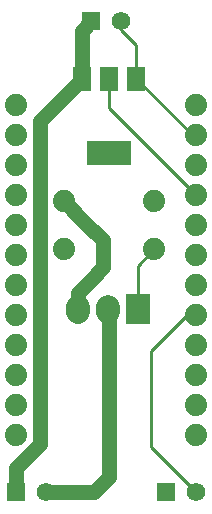
<source format=gtl>
G04 ---------------------------- Layer name :TOP LAYER*
G04 EasyEDA v5.3.14, Tue, 28 Apr 2020 13:33:28 GMT*
G04 Gerber Generator version 0.2*
G04 Scale: 100 percent, Rotated: No, Reflected: No *
G04 Dimensions in inches *
G04 leading zeros omitted , absolute positions ,2 integer and 4 decimal *
%FSLAX24Y24*%
%MOIN*%
G90*
G70D02*

%ADD10C,0.010000*%
%ADD11C,0.050000*%
%ADD12R,0.149606X0.078740*%
%ADD13R,0.059055X0.078740*%
%ADD14R,0.078740X0.098425*%
%ADD15C,0.074000*%
%ADD16R,0.062000X0.062000*%
%ADD17C,0.062000*%
%ADD18C,0.078740*%

%LPD*%
G54D11*
G01X2850Y6700D02*
G01X2850Y7250D01*
G01X3296Y7696D01*
G01X3700Y8100D01*
G01X3700Y9000D01*
G01X3101Y9598D01*
G01X2400Y10300D01*
G54D10*
G01X6800Y12500D02*
G01X6685Y12500D01*
G01X4806Y14380D01*
G01X4300Y16300D02*
G01X4300Y16000D01*
G01X4800Y15500D01*
G01X4800Y14386D01*
G01X4806Y14380D01*
G54D11*
G01X2994Y14380D02*
G01X2994Y15384D01*
G01X2994Y15994D01*
G01X3300Y16300D01*
G54D10*
G01X3900Y14380D02*
G01X3900Y13400D01*
G01X6800Y10500D01*
G54D11*
G01X800Y600D02*
G01X800Y1400D01*
G01X1600Y2200D01*
G01X1600Y12984D01*
G01X2994Y14380D01*
G01X1800Y600D02*
G01X3400Y600D01*
G01X3900Y1100D01*
G01X3900Y2586D01*
G01X3900Y3709D01*
G01X3900Y6650D01*
G01X3850Y6700D01*
G54D10*
G01X4850Y6700D02*
G01X4850Y8150D01*
G01X5400Y8700D01*
G01X6800Y6500D02*
G01X6500Y6500D01*
G01X5300Y5300D01*
G01X5300Y2100D01*
G01X6800Y600D01*
G54D12*
G01X3900Y11900D03*
G54D13*
G01X3900Y14380D03*
G01X2994Y14380D03*
G01X4806Y14380D03*
G54D14*
G01X4850Y6700D03*
G54D15*
G01X800Y13500D03*
G01X800Y12500D03*
G01X800Y11500D03*
G01X800Y10500D03*
G01X800Y9500D03*
G01X800Y8500D03*
G01X800Y7500D03*
G01X800Y6500D03*
G01X800Y5500D03*
G01X800Y4500D03*
G01X800Y3500D03*
G01X800Y2500D03*
G01X6800Y2500D03*
G01X6800Y3500D03*
G01X6800Y4500D03*
G01X6800Y5500D03*
G01X6800Y6500D03*
G01X6800Y7500D03*
G01X6800Y8500D03*
G01X6800Y9500D03*
G01X6800Y10500D03*
G01X6800Y11500D03*
G01X6800Y12500D03*
G01X6800Y13500D03*
G54D16*
G01X3300Y16300D03*
G54D17*
G01X4300Y16300D03*
G54D16*
G01X800Y600D03*
G54D17*
G01X1800Y600D03*
G54D15*
G01X2400Y8700D03*
G01X5400Y8700D03*
G01X5400Y10300D03*
G01X2400Y10300D03*
G54D16*
G01X5800Y600D03*
G54D17*
G01X6800Y600D03*
G54D18*
G01X2850Y6601D02*
G01X2850Y6798D01*
G01X3850Y6601D02*
G01X3850Y6798D01*
M00*
M02*

</source>
